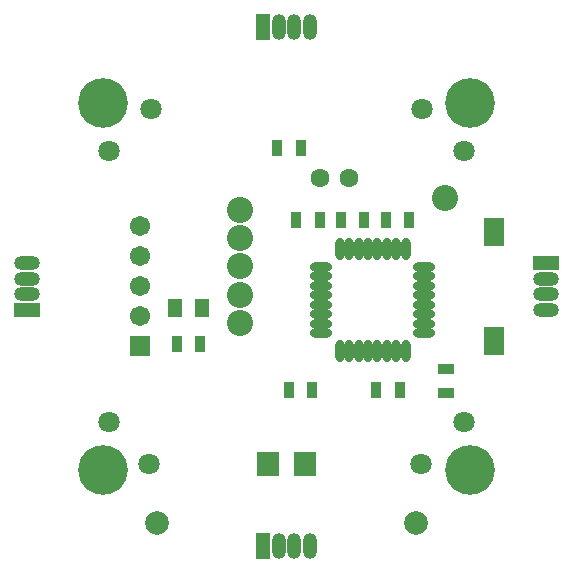
<source format=gbs>
G04*
G04 #@! TF.GenerationSoftware,Altium Limited,Altium Designer,20.0.2 (26)*
G04*
G04 Layer_Color=16711935*
%FSLAX44Y44*%
%MOMM*%
G71*
G01*
G75*
%ADD24R,1.4732X0.9032*%
%ADD27R,0.9032X1.4732*%
%ADD32R,1.7032X1.7032*%
%ADD33C,1.7032*%
%ADD34C,1.6032*%
%ADD35C,1.8032*%
%ADD36O,1.2032X2.2032*%
%ADD37R,1.2032X2.2032*%
%ADD38O,2.2032X1.2032*%
%ADD39R,2.2032X1.2032*%
%ADD40C,2.0032*%
%ADD41C,4.2032*%
%ADD63C,2.2032*%
%ADD64R,1.3032X1.5032*%
%ADD65O,0.8032X1.9032*%
%ADD66O,1.9032X0.8032*%
%ADD67R,1.8032X2.3832*%
%ADD68R,1.9032X2.0032*%
D24*
X135000Y-70000D02*
D03*
Y-90000D02*
D03*
D27*
X28000Y56000D02*
D03*
X8000D02*
D03*
X-93000Y-49000D02*
D03*
X-73000D02*
D03*
X104000Y56000D02*
D03*
X84000D02*
D03*
X22000Y-88000D02*
D03*
X2000D02*
D03*
X66000Y56000D02*
D03*
X46000D02*
D03*
X76000Y-88000D02*
D03*
X96000D02*
D03*
X-8000Y117000D02*
D03*
X12000D02*
D03*
D32*
X-124000Y-50800D02*
D03*
D33*
Y-25400D02*
D03*
Y0D02*
D03*
Y25400D02*
D03*
Y50800D02*
D03*
D34*
X28000Y92000D02*
D03*
X53000D02*
D03*
D35*
X-150000Y-115000D02*
D03*
Y115000D02*
D03*
X-116000Y-150000D02*
D03*
X114000D02*
D03*
X150000Y-115000D02*
D03*
Y115000D02*
D03*
X-115000Y150000D02*
D03*
X115000D02*
D03*
D36*
X19500Y-220000D02*
D03*
X6500D02*
D03*
X-6500D02*
D03*
X19500Y220000D02*
D03*
X6500D02*
D03*
X-6500D02*
D03*
D37*
X-19500Y-220000D02*
D03*
Y220000D02*
D03*
D38*
X220000Y-19500D02*
D03*
Y-6500D02*
D03*
Y6500D02*
D03*
X-220000Y19500D02*
D03*
Y6500D02*
D03*
Y-6500D02*
D03*
D39*
X220000Y19500D02*
D03*
X-220000Y-19500D02*
D03*
D40*
X-110000Y-200000D02*
D03*
X110000D02*
D03*
D41*
X155000Y-155000D02*
D03*
X-155000D02*
D03*
Y155000D02*
D03*
X155000D02*
D03*
D63*
X-39001Y41000D02*
D03*
Y65000D02*
D03*
Y17000D02*
D03*
Y-7000D02*
D03*
Y-31000D02*
D03*
X134000Y75000D02*
D03*
D64*
X-94500Y-18000D02*
D03*
X-71500D02*
D03*
D65*
X101000Y-55000D02*
D03*
X93000D02*
D03*
X85000D02*
D03*
X77000D02*
D03*
X69000D02*
D03*
X61000D02*
D03*
X53000D02*
D03*
X45000D02*
D03*
Y32000D02*
D03*
X53000D02*
D03*
X61000D02*
D03*
X69000D02*
D03*
X77000D02*
D03*
X85000D02*
D03*
X93000D02*
D03*
X101000D02*
D03*
D66*
X29500Y-39500D02*
D03*
Y-31500D02*
D03*
Y-23500D02*
D03*
Y-15500D02*
D03*
Y-7500D02*
D03*
Y500D02*
D03*
Y8500D02*
D03*
Y16500D02*
D03*
X116500D02*
D03*
Y8500D02*
D03*
Y500D02*
D03*
Y-7500D02*
D03*
Y-15500D02*
D03*
Y-23500D02*
D03*
Y-31500D02*
D03*
Y-39500D02*
D03*
D67*
X176000Y46000D02*
D03*
Y-46000D02*
D03*
D68*
X-15250Y-150000D02*
D03*
X15250D02*
D03*
M02*

</source>
